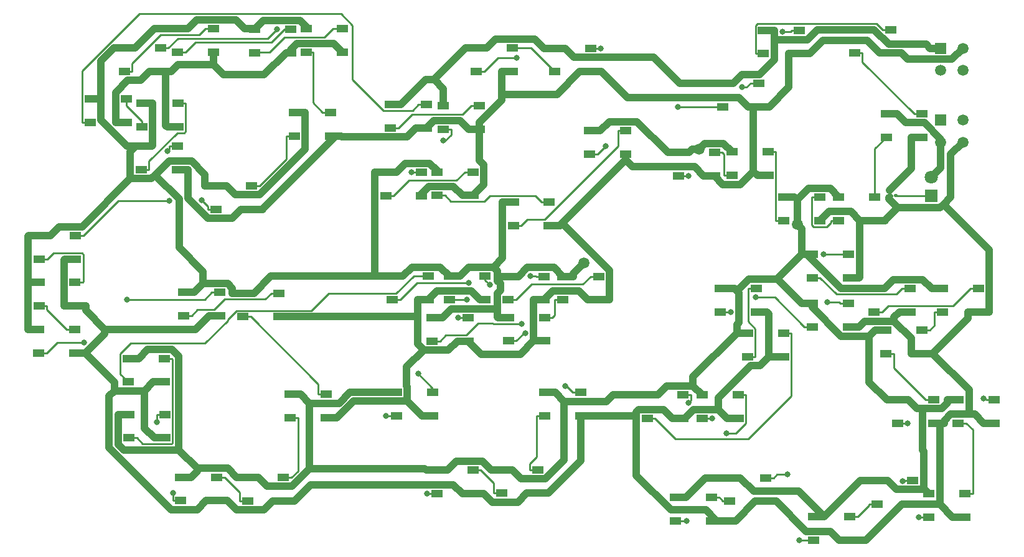
<source format=gbr>
%TF.GenerationSoftware,KiCad,Pcbnew,(5.1.6)-1*%
%TF.CreationDate,2020-11-25T11:23:34+11:00*%
%TF.ProjectId,SIM CNTL Panel PCB V1,53494d20-434e-4544-9c20-50616e656c20,rev?*%
%TF.SameCoordinates,Original*%
%TF.FileFunction,Copper,L1,Top*%
%TF.FilePolarity,Positive*%
%FSLAX46Y46*%
G04 Gerber Fmt 4.6, Leading zero omitted, Abs format (unit mm)*
G04 Created by KiCad (PCBNEW (5.1.6)-1) date 2020-11-25 11:23:34*
%MOMM*%
%LPD*%
G01*
G04 APERTURE LIST*
%TA.AperFunction,SMDPad,CuDef*%
%ADD10R,1.500000X1.000000*%
%TD*%
%TA.AperFunction,ComponentPad*%
%ADD11C,1.520000*%
%TD*%
%TA.AperFunction,ComponentPad*%
%ADD12R,1.520000X1.520000*%
%TD*%
%TA.AperFunction,ComponentPad*%
%ADD13C,1.800000*%
%TD*%
%TA.AperFunction,ComponentPad*%
%ADD14R,1.800000X1.800000*%
%TD*%
%TA.AperFunction,ViaPad*%
%ADD15C,1.500000*%
%TD*%
%TA.AperFunction,ViaPad*%
%ADD16C,0.800000*%
%TD*%
%TA.AperFunction,Conductor*%
%ADD17C,1.000000*%
%TD*%
%TA.AperFunction,Conductor*%
%ADD18C,0.400600*%
%TD*%
%TA.AperFunction,Conductor*%
%ADD19C,0.250000*%
%TD*%
G04 APERTURE END LIST*
D10*
%TO.P,D62,1*%
%TO.N,/LED+5V*%
X136767000Y-94691400D03*
%TO.P,D62,2*%
%TO.N,/DATAOUT*%
X136767000Y-97891400D03*
%TO.P,D62,4*%
%TO.N,Net-(D61-Pad2)*%
X141667000Y-94691400D03*
%TO.P,D62,3*%
%TO.N,/LEDGND*%
X141667000Y-97891400D03*
%TD*%
%TO.P,D61,1*%
%TO.N,/LED+5V*%
X131981000Y-104877000D03*
%TO.P,D61,2*%
%TO.N,Net-(D61-Pad2)*%
X131981000Y-108077000D03*
%TO.P,D61,4*%
%TO.N,Net-(D60-Pad2)*%
X136881000Y-104877000D03*
%TO.P,D61,3*%
%TO.N,/LEDGND*%
X136881000Y-108077000D03*
%TD*%
%TO.P,D60,1*%
%TO.N,/LED+5V*%
X137442000Y-115443000D03*
%TO.P,D60,2*%
%TO.N,Net-(D60-Pad2)*%
X137442000Y-118643000D03*
%TO.P,D60,4*%
%TO.N,Net-(D59-Pad2)*%
X142342000Y-115443000D03*
%TO.P,D60,3*%
%TO.N,/LEDGND*%
X142342000Y-118643000D03*
%TD*%
%TO.P,D59,1*%
%TO.N,/LED+5V*%
X146242000Y-115418000D03*
%TO.P,D59,2*%
%TO.N,Net-(D59-Pad2)*%
X146242000Y-118618000D03*
%TO.P,D59,4*%
%TO.N,Net-(D58-Pad2)*%
X151142000Y-115418000D03*
%TO.P,D59,3*%
%TO.N,/LEDGND*%
X151142000Y-118618000D03*
%TD*%
%TO.P,D58,1*%
%TO.N,/LED+5V*%
X152097000Y-104902000D03*
%TO.P,D58,2*%
%TO.N,Net-(D58-Pad2)*%
X152097000Y-108102000D03*
%TO.P,D58,4*%
%TO.N,Net-(D57-Pad2)*%
X156997000Y-104902000D03*
%TO.P,D58,3*%
%TO.N,/LEDGND*%
X156997000Y-108102000D03*
%TD*%
%TO.P,D57,1*%
%TO.N,/LED+5V*%
X147170000Y-94665800D03*
%TO.P,D57,2*%
%TO.N,Net-(D57-Pad2)*%
X147170000Y-97865800D03*
%TO.P,D57,4*%
%TO.N,Net-(D56-Pad2)*%
X152070000Y-94665800D03*
%TO.P,D57,3*%
%TO.N,/LEDGND*%
X152070000Y-97865800D03*
%TD*%
%TO.P,D56,1*%
%TO.N,/LED+5V*%
X154536000Y-89077800D03*
%TO.P,D56,2*%
%TO.N,Net-(D56-Pad2)*%
X154536000Y-92277800D03*
%TO.P,D56,4*%
%TO.N,Net-(D55-Pad2)*%
X159436000Y-89077800D03*
%TO.P,D56,3*%
%TO.N,/LEDGND*%
X159436000Y-92277800D03*
%TD*%
%TO.P,D55,1*%
%TO.N,/LED+5V*%
X147105000Y-89078000D03*
%TO.P,D55,2*%
%TO.N,Net-(D55-Pad2)*%
X147105000Y-92278000D03*
%TO.P,D55,4*%
%TO.N,Net-(D54-Pad2)*%
X152005000Y-89078000D03*
%TO.P,D55,3*%
%TO.N,/LEDGND*%
X152005000Y-92278000D03*
%TD*%
%TO.P,D54,1*%
%TO.N,/LED+5V*%
X139118000Y-89052800D03*
%TO.P,D54,2*%
%TO.N,Net-(D54-Pad2)*%
X139118000Y-92252800D03*
%TO.P,D54,4*%
%TO.N,Net-(D53-Pad2)*%
X144018000Y-89052800D03*
%TO.P,D54,3*%
%TO.N,/LEDGND*%
X144018000Y-92252800D03*
%TD*%
%TO.P,D53,1*%
%TO.N,/LED+5V*%
X188482000Y-92761000D03*
%TO.P,D53,2*%
%TO.N,Net-(D53-Pad2)*%
X188482000Y-95961000D03*
%TO.P,D53,4*%
%TO.N,Net-(D52-Pad2)*%
X193382000Y-92761000D03*
%TO.P,D53,3*%
%TO.N,/LEDGND*%
X193382000Y-95961000D03*
%TD*%
%TO.P,D52,1*%
%TO.N,/LED+5V*%
X175973000Y-90728800D03*
%TO.P,D52,2*%
%TO.N,Net-(D52-Pad2)*%
X175973000Y-93928800D03*
%TO.P,D52,4*%
%TO.N,Net-(D51-Pad2)*%
X180873000Y-90728800D03*
%TO.P,D52,3*%
%TO.N,/LEDGND*%
X180873000Y-93928800D03*
%TD*%
%TO.P,D51,1*%
%TO.N,/LED+5V*%
X179682000Y-96850200D03*
%TO.P,D51,2*%
%TO.N,Net-(D51-Pad2)*%
X179682000Y-100050200D03*
%TO.P,D51,4*%
%TO.N,Net-(D50-Pad2)*%
X184582000Y-96850200D03*
%TO.P,D51,3*%
%TO.N,/LEDGND*%
X184582000Y-100050200D03*
%TD*%
%TO.P,D50,1*%
%TO.N,/LED+5V*%
X166042000Y-105207000D03*
%TO.P,D50,2*%
%TO.N,Net-(D50-Pad2)*%
X166042000Y-108407000D03*
%TO.P,D50,4*%
%TO.N,Net-(D49-Pad2)*%
X170942000Y-105207000D03*
%TO.P,D50,3*%
%TO.N,/LEDGND*%
X170942000Y-108407000D03*
%TD*%
%TO.P,D49,1*%
%TO.N,/LED+5V*%
X173496000Y-105207000D03*
%TO.P,D49,2*%
%TO.N,Net-(D49-Pad2)*%
X173496000Y-108407000D03*
%TO.P,D49,4*%
%TO.N,Net-(D48-Pad2)*%
X178396000Y-105207000D03*
%TO.P,D49,3*%
%TO.N,/LEDGND*%
X178396000Y-108407000D03*
%TD*%
%TO.P,D48,1*%
%TO.N,/LED+5V*%
X169864000Y-119152000D03*
%TO.P,D48,2*%
%TO.N,Net-(D48-Pad2)*%
X169864000Y-122352000D03*
%TO.P,D48,4*%
%TO.N,Net-(D47-Pad2)*%
X174764000Y-119152000D03*
%TO.P,D48,3*%
%TO.N,/LEDGND*%
X174764000Y-122352000D03*
%TD*%
%TO.P,D47,1*%
%TO.N,/LED+5V*%
X177269000Y-116510000D03*
%TO.P,D47,2*%
%TO.N,Net-(D47-Pad2)*%
X177269000Y-119710000D03*
%TO.P,D47,4*%
%TO.N,Net-(D46-Pad2)*%
X182169000Y-116510000D03*
%TO.P,D47,3*%
%TO.N,/LEDGND*%
X182169000Y-119710000D03*
%TD*%
%TO.P,D46,1*%
%TO.N,/LED+5V*%
X188685000Y-121793000D03*
%TO.P,D46,2*%
%TO.N,Net-(D46-Pad2)*%
X188685000Y-124993000D03*
%TO.P,D46,4*%
%TO.N,Net-(D45-Pad2)*%
X193585000Y-121793000D03*
%TO.P,D46,3*%
%TO.N,/LEDGND*%
X193585000Y-124993000D03*
%TD*%
%TO.P,D45,1*%
%TO.N,/LED+5V*%
X197284000Y-116891000D03*
%TO.P,D45,2*%
%TO.N,Net-(D45-Pad2)*%
X197284000Y-120091000D03*
%TO.P,D45,4*%
%TO.N,Net-(D44-Pad2)*%
X202184000Y-116891000D03*
%TO.P,D45,3*%
%TO.N,/LEDGND*%
X202184000Y-120091000D03*
%TD*%
%TO.P,D44,1*%
%TO.N,/LED+5V*%
X204345000Y-118643000D03*
%TO.P,D44,2*%
%TO.N,Net-(D44-Pad2)*%
X204345000Y-121843000D03*
%TO.P,D44,4*%
%TO.N,Net-(D43-Pad2)*%
X209245000Y-118643000D03*
%TO.P,D44,3*%
%TO.N,/LEDGND*%
X209245000Y-121843000D03*
%TD*%
%TO.P,D43,1*%
%TO.N,/LED+5V*%
X208345000Y-105867000D03*
%TO.P,D43,2*%
%TO.N,Net-(D43-Pad2)*%
X208345000Y-109067000D03*
%TO.P,D43,4*%
%TO.N,Net-(D42-Pad2)*%
X213245000Y-105867000D03*
%TO.P,D43,3*%
%TO.N,/LEDGND*%
X213245000Y-109067000D03*
%TD*%
%TO.P,D42,1*%
%TO.N,/LED+5V*%
X200090000Y-105893000D03*
%TO.P,D42,2*%
%TO.N,Net-(D42-Pad2)*%
X200090000Y-109093000D03*
%TO.P,D42,4*%
%TO.N,Net-(D41-Pad2)*%
X204990000Y-105893000D03*
%TO.P,D42,3*%
%TO.N,/LEDGND*%
X204990000Y-109093000D03*
%TD*%
%TO.P,D41,1*%
%TO.N,/LED+5V*%
X198503000Y-96393000D03*
%TO.P,D41,2*%
%TO.N,Net-(D41-Pad2)*%
X198503000Y-99593000D03*
%TO.P,D41,4*%
%TO.N,Net-(D40-Pad2)*%
X203403000Y-96393000D03*
%TO.P,D41,3*%
%TO.N,/LEDGND*%
X203403000Y-99593000D03*
%TD*%
%TO.P,D40,1*%
%TO.N,/LED+5V*%
X206199000Y-90729200D03*
%TO.P,D40,2*%
%TO.N,Net-(D40-Pad2)*%
X206199000Y-93929200D03*
%TO.P,D40,4*%
%TO.N,Net-(D39-Pad2)*%
X211099000Y-90729200D03*
%TO.P,D40,3*%
%TO.N,/LEDGND*%
X211099000Y-93929200D03*
%TD*%
%TO.P,D39,1*%
%TO.N,/LED+5V*%
X196903000Y-90703400D03*
%TO.P,D39,2*%
%TO.N,Net-(D39-Pad2)*%
X196903000Y-93903400D03*
%TO.P,D39,4*%
%TO.N,Net-(D38-Pad2)*%
X201803000Y-90703400D03*
%TO.P,D39,3*%
%TO.N,/LEDGND*%
X201803000Y-93903400D03*
%TD*%
%TO.P,D38,1*%
%TO.N,/LED+5V*%
X188493000Y-86106000D03*
%TO.P,D38,2*%
%TO.N,Net-(D38-Pad2)*%
X188493000Y-89306000D03*
%TO.P,D38,4*%
%TO.N,Net-(D37-Pad2)*%
X193393000Y-86106000D03*
%TO.P,D38,3*%
%TO.N,/LEDGND*%
X193393000Y-89306000D03*
%TD*%
%TO.P,R1,2*%
%TO.N,/LEDGND*%
%TA.AperFunction,SMDPad,CuDef*%
G36*
G01*
X199452000Y-77979600D02*
X199452000Y-78179600D01*
G75*
G02*
X199352000Y-78279600I-100000J0D01*
G01*
X199092000Y-78279600D01*
G75*
G02*
X198992000Y-78179600I0J100000D01*
G01*
X198992000Y-77979600D01*
G75*
G02*
X199092000Y-77879600I100000J0D01*
G01*
X199352000Y-77879600D01*
G75*
G02*
X199452000Y-77979600I0J-100000D01*
G01*
G37*
%TD.AperFunction*%
%TO.P,R1,1*%
%TO.N,Net-(D1-Pad1)*%
%TA.AperFunction,SMDPad,CuDef*%
G36*
G01*
X200092000Y-77979600D02*
X200092000Y-78179600D01*
G75*
G02*
X199992000Y-78279600I-100000J0D01*
G01*
X199732000Y-78279600D01*
G75*
G02*
X199632000Y-78179600I0J100000D01*
G01*
X199632000Y-77979600D01*
G75*
G02*
X199732000Y-77879600I100000J0D01*
G01*
X199992000Y-77879600D01*
G75*
G02*
X200092000Y-77979600I0J-100000D01*
G01*
G37*
%TD.AperFunction*%
%TD*%
D11*
%TO.P,J2,4*%
%TO.N,/LEDGND*%
X208990999Y-70792599D03*
%TO.P,J2,3*%
%TO.N,/DATAOUT*%
X208990999Y-67792600D03*
%TO.P,J2,2*%
%TO.N,/LED+5V*%
X205991000Y-70792599D03*
D12*
%TO.P,J2,1*%
%TO.N,/DATALOOP*%
X205991000Y-67792600D03*
%TD*%
D11*
%TO.P,J1,4*%
%TO.N,/DATAIN*%
X208965999Y-61013599D03*
%TO.P,J1,3*%
%TO.N,/LEDGND*%
X208965999Y-58013600D03*
%TO.P,J1,2*%
%TO.N,/DATALOOP*%
X205966000Y-61013599D03*
D12*
%TO.P,J1,1*%
%TO.N,/LED+5V*%
X205966000Y-58013600D03*
%TD*%
D10*
%TO.P,D37,1*%
%TO.N,/LED+5V*%
X131383000Y-89027200D03*
%TO.P,D37,2*%
%TO.N,Net-(D37-Pad2)*%
X131383000Y-92227200D03*
%TO.P,D37,4*%
%TO.N,Net-(D36-Pad2)*%
X136283000Y-89027200D03*
%TO.P,D37,3*%
%TO.N,/LEDGND*%
X136283000Y-92227200D03*
%TD*%
%TO.P,D36,1*%
%TO.N,/LED+5V*%
X95441600Y-100254000D03*
%TO.P,D36,2*%
%TO.N,Net-(D36-Pad2)*%
X95441600Y-103454000D03*
%TO.P,D36,4*%
%TO.N,Net-(D35-Pad2)*%
X100341600Y-100254000D03*
%TO.P,D36,3*%
%TO.N,/LEDGND*%
X100341600Y-103454000D03*
%TD*%
%TO.P,D35,1*%
%TO.N,/LED+5V*%
X95531600Y-107874000D03*
%TO.P,D35,2*%
%TO.N,Net-(D35-Pad2)*%
X95531600Y-111074000D03*
%TO.P,D35,4*%
%TO.N,Net-(D34-Pad2)*%
X100431600Y-107874000D03*
%TO.P,D35,3*%
%TO.N,/LEDGND*%
X100431600Y-111074000D03*
%TD*%
%TO.P,D34,1*%
%TO.N,/LED+5V*%
X102604000Y-116434000D03*
%TO.P,D34,2*%
%TO.N,Net-(D34-Pad2)*%
X102604000Y-119634000D03*
%TO.P,D34,4*%
%TO.N,Net-(D33-Pad2)*%
X107504000Y-116434000D03*
%TO.P,D34,3*%
%TO.N,/LEDGND*%
X107504000Y-119634000D03*
%TD*%
%TO.P,D33,1*%
%TO.N,/LED+5V*%
X111686000Y-116484000D03*
%TO.P,D33,2*%
%TO.N,Net-(D33-Pad2)*%
X111686000Y-119684000D03*
%TO.P,D33,4*%
%TO.N,Net-(D32-Pad2)*%
X116586000Y-116484000D03*
%TO.P,D33,3*%
%TO.N,/LEDGND*%
X116586000Y-119684000D03*
%TD*%
%TO.P,D32,1*%
%TO.N,/LED+5V*%
X117489000Y-105156000D03*
%TO.P,D32,2*%
%TO.N,Net-(D32-Pad2)*%
X117489000Y-108356000D03*
%TO.P,D32,4*%
%TO.N,Net-(D31-Pad2)*%
X122389000Y-105156000D03*
%TO.P,D32,3*%
%TO.N,/LEDGND*%
X122389000Y-108356000D03*
%TD*%
%TO.P,D31,1*%
%TO.N,/LED+5V*%
X111076000Y-91363800D03*
%TO.P,D31,2*%
%TO.N,Net-(D31-Pad2)*%
X111076000Y-94563800D03*
%TO.P,D31,4*%
%TO.N,Net-(D30-Pad2)*%
X115976000Y-91363800D03*
%TO.P,D31,3*%
%TO.N,/LEDGND*%
X115976000Y-94563800D03*
%TD*%
%TO.P,D30,1*%
%TO.N,/LED+5V*%
X102999000Y-91262200D03*
%TO.P,D30,2*%
%TO.N,Net-(D30-Pad2)*%
X102999000Y-94462200D03*
%TO.P,D30,4*%
%TO.N,Net-(D29-Pad2)*%
X107899000Y-91262200D03*
%TO.P,D30,3*%
%TO.N,/LEDGND*%
X107899000Y-94462200D03*
%TD*%
%TO.P,D29,1*%
%TO.N,/LED+5V*%
X83288800Y-96342200D03*
%TO.P,D29,2*%
%TO.N,Net-(D29-Pad2)*%
X83288800Y-99542200D03*
%TO.P,D29,4*%
%TO.N,Net-(D28-Pad2)*%
X88188800Y-96342200D03*
%TO.P,D29,3*%
%TO.N,/LEDGND*%
X88188800Y-99542200D03*
%TD*%
%TO.P,D28,1*%
%TO.N,/LED+5V*%
X83314200Y-89865200D03*
%TO.P,D28,2*%
%TO.N,Net-(D28-Pad2)*%
X83314200Y-93065200D03*
%TO.P,D28,4*%
%TO.N,Net-(D27-Pad2)*%
X88214200Y-89865200D03*
%TO.P,D28,3*%
%TO.N,/LEDGND*%
X88214200Y-93065200D03*
%TD*%
%TO.P,D27,1*%
%TO.N,/LED+5V*%
X83390400Y-83540600D03*
%TO.P,D27,2*%
%TO.N,Net-(D27-Pad2)*%
X83390400Y-86740600D03*
%TO.P,D27,4*%
%TO.N,Net-(D26-Pad2)*%
X88290400Y-83540600D03*
%TO.P,D27,3*%
%TO.N,/LEDGND*%
X88290400Y-86740600D03*
%TD*%
%TO.P,D26,1*%
%TO.N,/LED+5V*%
X176304000Y-62763400D03*
%TO.P,D26,2*%
%TO.N,Net-(D26-Pad2)*%
X176304000Y-65963400D03*
%TO.P,D26,4*%
%TO.N,Net-(D25-Pad2)*%
X181204000Y-62763400D03*
%TO.P,D26,3*%
%TO.N,/LEDGND*%
X181204000Y-65963400D03*
%TD*%
%TO.P,D25,1*%
%TO.N,/LED+5V*%
X170282000Y-72186800D03*
%TO.P,D25,2*%
%TO.N,Net-(D25-Pad2)*%
X170282000Y-75386800D03*
%TO.P,D25,4*%
%TO.N,Net-(D24-Pad2)*%
X175182000Y-72186800D03*
%TO.P,D25,3*%
%TO.N,/LEDGND*%
X175182000Y-75386800D03*
%TD*%
%TO.P,D24,1*%
%TO.N,/LED+5V*%
X177574000Y-72136000D03*
%TO.P,D24,2*%
%TO.N,Net-(D24-Pad2)*%
X177574000Y-75336000D03*
%TO.P,D24,4*%
%TO.N,Net-(D23-Pad2)*%
X182474000Y-72136000D03*
%TO.P,D24,3*%
%TO.N,/LEDGND*%
X182474000Y-75336000D03*
%TD*%
%TO.P,D23,1*%
%TO.N,/LED+5V*%
X184635000Y-78282800D03*
%TO.P,D23,2*%
%TO.N,Net-(D23-Pad2)*%
X184635000Y-81482800D03*
%TO.P,D23,4*%
%TO.N,Net-(D22-Pad2)*%
X189535000Y-78282800D03*
%TO.P,D23,3*%
%TO.N,/LEDGND*%
X189535000Y-81482800D03*
%TD*%
%TO.P,D22,1*%
%TO.N,/LED+5V*%
X192102000Y-78257800D03*
%TO.P,D22,2*%
%TO.N,Net-(D22-Pad2)*%
X192102000Y-81457800D03*
%TO.P,D22,4*%
%TO.N,Net-(D21-Pad2)*%
X197002000Y-78257800D03*
%TO.P,D22,3*%
%TO.N,/LEDGND*%
X197002000Y-81457800D03*
%TD*%
%TO.P,D21,1*%
%TO.N,/LED+5V*%
X198554000Y-66929000D03*
%TO.P,D21,2*%
%TO.N,Net-(D21-Pad2)*%
X198554000Y-70129000D03*
%TO.P,D21,4*%
%TO.N,Net-(D20-Pad2)*%
X203454000Y-66929000D03*
%TO.P,D21,3*%
%TO.N,/LEDGND*%
X203454000Y-70129000D03*
%TD*%
%TO.P,D20,1*%
%TO.N,/LED+5V*%
X194248000Y-55473800D03*
%TO.P,D20,2*%
%TO.N,Net-(D20-Pad2)*%
X194248000Y-58673800D03*
%TO.P,D20,4*%
%TO.N,Net-(D19-Pad2)*%
X199148000Y-55473800D03*
%TO.P,D20,3*%
%TO.N,/LEDGND*%
X199148000Y-58673800D03*
%TD*%
%TO.P,D19,1*%
%TO.N,/LED+5V*%
X181864000Y-55549800D03*
%TO.P,D19,2*%
%TO.N,Net-(D19-Pad2)*%
X181864000Y-58749800D03*
%TO.P,D19,4*%
%TO.N,Net-(D18-Pad2)*%
X186764000Y-55549800D03*
%TO.P,D19,3*%
%TO.N,/LEDGND*%
X186764000Y-58749800D03*
%TD*%
%TO.P,D18,1*%
%TO.N,/LED+5V*%
X142776000Y-57988200D03*
%TO.P,D18,2*%
%TO.N,Net-(D18-Pad2)*%
X142776000Y-61188200D03*
%TO.P,D18,4*%
%TO.N,Net-(D17-Pad2)*%
X147676000Y-57988200D03*
%TO.P,D18,3*%
%TO.N,/LEDGND*%
X147676000Y-61188200D03*
%TD*%
%TO.P,D17,1*%
%TO.N,/LED+5V*%
X153430000Y-58013800D03*
%TO.P,D17,2*%
%TO.N,Net-(D17-Pad2)*%
X153430000Y-61213800D03*
%TO.P,D17,4*%
%TO.N,Net-(D16-Pad2)*%
X158330000Y-58013800D03*
%TO.P,D17,3*%
%TO.N,/LEDGND*%
X158330000Y-61213800D03*
%TD*%
%TO.P,D16,1*%
%TO.N,/LED+5V*%
X158230000Y-69240600D03*
%TO.P,D16,2*%
%TO.N,Net-(D16-Pad2)*%
X158230000Y-72440600D03*
%TO.P,D16,4*%
%TO.N,Net-(D15-Pad2)*%
X163130000Y-69240600D03*
%TO.P,D16,3*%
%TO.N,/LEDGND*%
X163130000Y-72440600D03*
%TD*%
%TO.P,D15,1*%
%TO.N,/LED+5V*%
X147830000Y-78968600D03*
%TO.P,D15,2*%
%TO.N,Net-(D15-Pad2)*%
X147830000Y-82168600D03*
%TO.P,D15,4*%
%TO.N,Net-(D14-Pad2)*%
X152730000Y-78968600D03*
%TO.P,D15,3*%
%TO.N,/LEDGND*%
X152730000Y-82168600D03*
%TD*%
%TO.P,D14,1*%
%TO.N,/LED+5V*%
X137442000Y-74853800D03*
%TO.P,D14,2*%
%TO.N,Net-(D14-Pad2)*%
X137442000Y-78053800D03*
%TO.P,D14,4*%
%TO.N,Net-(D13-Pad2)*%
X142342000Y-74853800D03*
%TO.P,D14,3*%
%TO.N,/LEDGND*%
X142342000Y-78053800D03*
%TD*%
%TO.P,D13,1*%
%TO.N,/LED+5V*%
X130482000Y-74879200D03*
%TO.P,D13,2*%
%TO.N,Net-(D13-Pad2)*%
X130482000Y-78079200D03*
%TO.P,D13,4*%
%TO.N,Net-(D12-Pad2)*%
X135382000Y-74879200D03*
%TO.P,D13,3*%
%TO.N,/LEDGND*%
X135382000Y-78079200D03*
%TD*%
%TO.P,D12,1*%
%TO.N,/LED+5V*%
X138305000Y-65836800D03*
%TO.P,D12,2*%
%TO.N,Net-(D12-Pad2)*%
X138305000Y-69036800D03*
%TO.P,D12,4*%
%TO.N,Net-(D11-Pad2)*%
X143205000Y-65836800D03*
%TO.P,D12,3*%
%TO.N,/LEDGND*%
X143205000Y-69036800D03*
%TD*%
%TO.P,D11,1*%
%TO.N,/LED+5V*%
X131117000Y-65684400D03*
%TO.P,D11,2*%
%TO.N,Net-(D11-Pad2)*%
X131117000Y-68884400D03*
%TO.P,D11,4*%
%TO.N,Net-(D10-Pad2)*%
X136017000Y-65684400D03*
%TO.P,D11,3*%
%TO.N,/LEDGND*%
X136017000Y-68884400D03*
%TD*%
%TO.P,D10,1*%
%TO.N,/LED+5V*%
X90299200Y-64897000D03*
%TO.P,D10,2*%
%TO.N,Net-(D10-Pad2)*%
X90299200Y-68097000D03*
%TO.P,D10,4*%
%TO.N,Net-(D10-Pad4)*%
X95199200Y-64897000D03*
%TO.P,D10,3*%
%TO.N,/LEDGND*%
X95199200Y-68097000D03*
%TD*%
%TO.P,D9,1*%
%TO.N,/LED+5V*%
X97309600Y-65506600D03*
%TO.P,D9,2*%
%TO.N,Net-(D10-Pad4)*%
X97309600Y-68706600D03*
%TO.P,D9,4*%
%TO.N,Net-(D8-Pad2)*%
X102209600Y-65506600D03*
%TO.P,D9,3*%
%TO.N,/LEDGND*%
X102209600Y-68706600D03*
%TD*%
%TO.P,D8,1*%
%TO.N,/LED+5V*%
X97219600Y-71374200D03*
%TO.P,D8,2*%
%TO.N,Net-(D8-Pad2)*%
X97219600Y-74574200D03*
%TO.P,D8,4*%
%TO.N,Net-(D7-Pad2)*%
X102119600Y-71374200D03*
%TO.P,D8,3*%
%TO.N,/LEDGND*%
X102119600Y-74574200D03*
%TD*%
%TO.P,D7,1*%
%TO.N,/LED+5V*%
X107368000Y-76733400D03*
%TO.P,D7,2*%
%TO.N,Net-(D7-Pad2)*%
X107368000Y-79933400D03*
%TO.P,D7,4*%
%TO.N,Net-(D6-Pad2)*%
X112268000Y-76733400D03*
%TO.P,D7,3*%
%TO.N,/LEDGND*%
X112268000Y-79933400D03*
%TD*%
%TO.P,D6,1*%
%TO.N,/LED+5V*%
X118061000Y-66751200D03*
%TO.P,D6,2*%
%TO.N,Net-(D6-Pad2)*%
X118061000Y-69951200D03*
%TO.P,D6,4*%
%TO.N,Net-(D5-Pad2)*%
X122961000Y-66751200D03*
%TO.P,D6,3*%
%TO.N,/LEDGND*%
X122961000Y-69951200D03*
%TD*%
%TO.P,D5,1*%
%TO.N,/LED+5V*%
X119710200Y-55372400D03*
%TO.P,D5,2*%
%TO.N,Net-(D5-Pad2)*%
X119710200Y-58572400D03*
%TO.P,D5,4*%
%TO.N,Net-(D4-Pad2)*%
X124610200Y-55372400D03*
%TO.P,D5,3*%
%TO.N,/LEDGND*%
X124610200Y-58572400D03*
%TD*%
%TO.P,D4,1*%
%TO.N,/LED+5V*%
X112649000Y-55397800D03*
%TO.P,D4,2*%
%TO.N,Net-(D4-Pad2)*%
X112649000Y-58597800D03*
%TO.P,D4,4*%
%TO.N,Net-(D3-Pad2)*%
X117549000Y-55397800D03*
%TO.P,D4,3*%
%TO.N,/LEDGND*%
X117549000Y-58597800D03*
%TD*%
%TO.P,D3,1*%
%TO.N,/LED+5V*%
X102147000Y-55372200D03*
%TO.P,D3,2*%
%TO.N,Net-(D3-Pad2)*%
X102147000Y-58572200D03*
%TO.P,D3,4*%
%TO.N,Net-(D2-Pad2)*%
X107047000Y-55372200D03*
%TO.P,D3,3*%
%TO.N,/LEDGND*%
X107047000Y-58572200D03*
%TD*%
%TO.P,D2,1*%
%TO.N,/LED+5V*%
X94933600Y-57988400D03*
%TO.P,D2,2*%
%TO.N,Net-(D2-Pad2)*%
X94933600Y-61188400D03*
%TO.P,D2,4*%
%TO.N,/DATAIN*%
X99833600Y-57988400D03*
%TO.P,D2,3*%
%TO.N,/LEDGND*%
X99833600Y-61188400D03*
%TD*%
D13*
%TO.P,D1,2*%
%TO.N,/LED+5V*%
X204724000Y-75539600D03*
D14*
%TO.P,D1,1*%
%TO.N,Net-(D1-Pad1)*%
X204724000Y-78079600D03*
%TD*%
D15*
%TO.N,/LED+5V*%
X173099300Y-71720600D03*
X157436500Y-87223900D03*
X186442800Y-81972900D03*
D16*
%TO.N,/DATAIN*%
X115702500Y-55380800D03*
%TO.N,Net-(D7-Pad2)*%
X100765300Y-72043700D03*
X105437000Y-78701000D03*
%TO.N,Net-(D12-Pad2)*%
X134023900Y-74873900D03*
X138305000Y-70592800D03*
%TO.N,Net-(D16-Pad2)*%
X159703100Y-58013800D03*
X160391400Y-71377600D03*
%TO.N,Net-(D18-Pad2)*%
X184436600Y-55718200D03*
X148266900Y-59285900D03*
%TO.N,Net-(D26-Pad2)*%
X101019200Y-78791700D03*
X170232400Y-65963400D03*
%TO.N,Net-(D29-Pad2)*%
X95295900Y-92231000D03*
X89411800Y-98115100D03*
%TO.N,Net-(D34-Pad2)*%
X99356300Y-108950700D03*
X101528700Y-118570100D03*
%TO.N,/DATAOUT*%
X148936300Y-95544400D03*
%TO.N,Net-(D42-Pad2)*%
X211831000Y-105751200D03*
X201442100Y-109093000D03*
%TO.N,Net-(D44-Pad2)*%
X200810100Y-116967800D03*
X202979500Y-121843000D03*
%TO.N,Net-(D46-Pad2)*%
X185161000Y-116051000D03*
X186765200Y-124993000D03*
%TO.N,Net-(D48-Pad2)*%
X176868400Y-110470500D03*
X171448100Y-122352000D03*
%TO.N,Net-(D52-Pad2)*%
X190504400Y-92599200D03*
X177430400Y-93928800D03*
%TO.N,Net-(D53-Pad2)*%
X144627700Y-90242700D03*
X180772900Y-91951000D03*
%TO.N,Net-(D54-Pad2)*%
X150190700Y-89034100D03*
X141563400Y-92252800D03*
%TO.N,Net-(D57-Pad2)*%
X154874100Y-104054000D03*
X149450400Y-96813700D03*
%TO.N,Net-(D60-Pad2)*%
X136066100Y-118643000D03*
X134899400Y-102336600D03*
%TO.N,Net-(D61-Pad2)*%
X140316600Y-94691400D03*
X130526600Y-108077000D03*
%TO.N,Net-(D25-Pad2)*%
X178984800Y-63335000D03*
X171641500Y-75386800D03*
%TO.N,Net-(D37-Pad2)*%
X190051400Y-86081600D03*
X141785100Y-89943900D03*
%TO.N,Net-(D49-Pad2)*%
X171623300Y-106330100D03*
X174863300Y-108407000D03*
%TD*%
D17*
%TO.N,/LEDGND*%
X199148000Y-58673800D02*
X200598300Y-58673800D01*
X208966000Y-58013600D02*
X207466000Y-59513600D01*
X207466000Y-59513600D02*
X201438100Y-59513600D01*
X201438100Y-59513600D02*
X200598300Y-58673800D01*
X186764000Y-58749800D02*
X188214300Y-58749800D01*
X199148000Y-58673800D02*
X197697700Y-58673800D01*
X197697700Y-58673800D02*
X196001400Y-56977500D01*
X196001400Y-56977500D02*
X189986600Y-56977500D01*
X189986600Y-56977500D02*
X188214300Y-58749800D01*
X124409000Y-58546600D02*
X124411300Y-58548900D01*
X124411300Y-69951200D02*
X124544800Y-70084700D01*
X124544800Y-70084700D02*
X133366400Y-70084700D01*
X133366400Y-70084700D02*
X134566700Y-68884400D01*
X123686200Y-69951200D02*
X124411300Y-69951200D01*
X136017000Y-68884400D02*
X134566700Y-68884400D01*
X141754700Y-69036800D02*
X140554400Y-67836500D01*
X140554400Y-67836500D02*
X137064900Y-67836500D01*
X137064900Y-67836500D02*
X136017000Y-68884400D01*
X180478900Y-74791200D02*
X181023700Y-75336000D01*
X180478900Y-65963400D02*
X180478900Y-74791200D01*
X180478900Y-74791200D02*
X178725100Y-76545000D01*
X178725100Y-76545000D02*
X176340200Y-76545000D01*
X176340200Y-76545000D02*
X175182000Y-75386800D01*
X163130000Y-73218900D02*
X164033400Y-74122300D01*
X164033400Y-74122300D02*
X172467200Y-74122300D01*
X172467200Y-74122300D02*
X173731700Y-75386800D01*
X182474000Y-75336000D02*
X181023700Y-75336000D01*
X180478900Y-65963400D02*
X179753700Y-65963400D01*
X181204000Y-65963400D02*
X180478900Y-65963400D01*
X158330000Y-61213800D02*
X159780300Y-61213800D01*
X159780300Y-61213800D02*
X163329600Y-64763100D01*
X163329600Y-64763100D02*
X178553400Y-64763100D01*
X178553400Y-64763100D02*
X179753700Y-65963400D01*
X157604900Y-61213800D02*
X158330000Y-61213800D01*
X186764000Y-58749800D02*
X185313700Y-58749800D01*
X185313700Y-58749800D02*
X185313700Y-63304000D01*
X185313700Y-63304000D02*
X182654300Y-65963400D01*
X181204000Y-65963400D02*
X182654300Y-65963400D01*
X112268000Y-79933400D02*
X113718300Y-79933400D01*
X123686200Y-69951200D02*
X113718300Y-79919100D01*
X113718300Y-79919100D02*
X113718300Y-79933400D01*
X122961000Y-69951200D02*
X123686200Y-69951200D01*
X112268000Y-79933400D02*
X110817700Y-79933400D01*
X103569900Y-74574200D02*
X103569900Y-78417300D01*
X103569900Y-78417300D02*
X106286300Y-81133700D01*
X106286300Y-81133700D02*
X109617400Y-81133700D01*
X109617400Y-81133700D02*
X110817700Y-79933400D01*
X102119600Y-74574200D02*
X103569900Y-74574200D01*
X157604900Y-61213800D02*
X156879700Y-61213800D01*
X134832700Y-94563800D02*
X134832700Y-92227200D01*
X135654200Y-99091800D02*
X134832700Y-98270300D01*
X134832700Y-98270300D02*
X134832700Y-94563800D01*
X134832700Y-94563800D02*
X117426300Y-94563800D01*
X115976000Y-94563800D02*
X117426300Y-94563800D01*
X92243200Y-96300500D02*
X104610400Y-96300500D01*
X104610400Y-96300500D02*
X106448700Y-94462200D01*
X140216700Y-97891400D02*
X139016300Y-99091800D01*
X139016300Y-99091800D02*
X135654200Y-99091800D01*
X133431300Y-106077600D02*
X133431300Y-104086900D01*
X133431300Y-104086900D02*
X133348700Y-104004300D01*
X133348700Y-104004300D02*
X133348700Y-101397300D01*
X133348700Y-101397300D02*
X135654200Y-99091800D01*
X136283000Y-92227200D02*
X134832700Y-92227200D01*
X163130000Y-73218900D02*
X163130000Y-72440600D01*
X142342000Y-78053800D02*
X140891700Y-78053800D01*
X140891700Y-78053800D02*
X139691400Y-76853500D01*
X139691400Y-76853500D02*
X136376600Y-76853500D01*
X136376600Y-76853500D02*
X135382000Y-77848100D01*
X135382000Y-77848100D02*
X135382000Y-78079200D01*
X142342000Y-78053800D02*
X143816900Y-76578900D01*
X143816900Y-76578900D02*
X143816900Y-73878700D01*
X143816900Y-73878700D02*
X143205000Y-73266800D01*
X143205000Y-73266800D02*
X143205000Y-69036800D01*
X122389000Y-108356000D02*
X123839300Y-108356000D01*
X203454000Y-70129000D02*
X202003700Y-70129000D01*
X199049200Y-77309600D02*
X202003700Y-74355100D01*
X202003700Y-74355100D02*
X202003700Y-70129000D01*
D18*
X199049200Y-77309600D02*
X199049200Y-77906800D01*
X199049200Y-77906800D02*
X199222000Y-78079600D01*
D17*
X200126400Y-79716000D02*
X198931200Y-78520800D01*
X198931200Y-78520800D02*
X198931200Y-78370400D01*
X206336900Y-79257100D02*
X205878000Y-79716000D01*
X205878000Y-79716000D02*
X200126400Y-79716000D01*
X200126400Y-79716000D02*
X198452300Y-81390100D01*
X198452300Y-81390100D02*
X198452300Y-81457800D01*
D18*
X198931200Y-78370400D02*
X199222000Y-78079600D01*
D17*
X146225700Y-64269200D02*
X153824300Y-64269200D01*
X153824300Y-64269200D02*
X156879700Y-61213800D01*
X146225700Y-64269200D02*
X146225700Y-65068100D01*
X146225700Y-65068100D02*
X143205000Y-68088800D01*
X143205000Y-68088800D02*
X143205000Y-69036800D01*
X146225700Y-61188200D02*
X146225700Y-64269200D01*
X175182000Y-75386800D02*
X173731700Y-75386800D01*
X163130000Y-73218900D02*
X154474300Y-81874600D01*
X208991000Y-70792600D02*
X207346500Y-72437100D01*
X207346500Y-72437100D02*
X207346500Y-78247500D01*
X207346500Y-78247500D02*
X206336900Y-79257100D01*
X206336900Y-79257100D02*
X212549300Y-85469500D01*
X212549300Y-85469500D02*
X212549300Y-93929200D01*
X211099000Y-93929200D02*
X212549300Y-93929200D01*
X197002000Y-81457800D02*
X198452300Y-81457800D01*
X204853300Y-99593000D02*
X209813400Y-104553100D01*
X209813400Y-104553100D02*
X209813400Y-107866700D01*
X203403000Y-99593000D02*
X204853300Y-99593000D01*
X209648700Y-93929200D02*
X209648700Y-94797600D01*
X209648700Y-94797600D02*
X204853300Y-99593000D01*
X193585000Y-124993000D02*
X192134700Y-124993000D01*
X192134700Y-124993000D02*
X190934400Y-123792700D01*
X190934400Y-123792700D02*
X187702000Y-123792700D01*
X187702000Y-123792700D02*
X183619300Y-119710000D01*
X193585000Y-124993000D02*
X195831700Y-124993000D01*
X195831700Y-124993000D02*
X200733700Y-120091000D01*
X182169000Y-119710000D02*
X183619300Y-119710000D01*
X154474300Y-81874600D02*
X154180300Y-82168600D01*
X154474300Y-81874600D02*
X160886300Y-88286600D01*
X160886300Y-88286600D02*
X160886300Y-92277800D01*
X159436000Y-92277800D02*
X160886300Y-92277800D01*
X152730000Y-82168600D02*
X154180300Y-82168600D01*
X143205000Y-69036800D02*
X141754700Y-69036800D01*
X147676000Y-61188200D02*
X146225700Y-61188200D01*
X100431600Y-111074000D02*
X98981300Y-111074000D01*
X97691000Y-104654300D02*
X98891300Y-103454000D01*
X93571500Y-104654300D02*
X97691000Y-104654300D01*
X98981300Y-111074000D02*
X97691000Y-109783700D01*
X97691000Y-109783700D02*
X97691000Y-104654300D01*
X89639100Y-99542200D02*
X93571500Y-103474600D01*
X93571500Y-103474600D02*
X93571500Y-104654300D01*
X93571500Y-104654300D02*
X92876000Y-105349800D01*
X92876000Y-105349800D02*
X92876000Y-112437300D01*
X92876000Y-112437300D02*
X101273100Y-120834400D01*
X101273100Y-120834400D02*
X104853300Y-120834400D01*
X104853300Y-120834400D02*
X106053700Y-119634000D01*
X100341600Y-103454000D02*
X98891300Y-103454000D01*
X175489200Y-122352000D02*
X174045400Y-120908200D01*
X174045400Y-120908200D02*
X169318800Y-120908200D01*
X169318800Y-120908200D02*
X164591600Y-116181000D01*
X164591600Y-116181000D02*
X164591600Y-108102000D01*
X116586000Y-119684000D02*
X115135700Y-119684000D01*
X116586000Y-119684000D02*
X118036300Y-119684000D01*
X115135700Y-119684000D02*
X113935400Y-120884300D01*
X113935400Y-120884300D02*
X110204600Y-120884300D01*
X110204600Y-120884300D02*
X108954300Y-119634000D01*
X140891700Y-118643000D02*
X139691400Y-117442700D01*
X139691400Y-117442700D02*
X120277600Y-117442700D01*
X120277600Y-117442700D02*
X118036300Y-119684000D01*
X107504000Y-119634000D02*
X108954300Y-119634000D01*
X143292900Y-92252800D02*
X142092600Y-91052500D01*
X142092600Y-91052500D02*
X137457700Y-91052500D01*
X137457700Y-91052500D02*
X136283000Y-92227200D01*
X89664500Y-93065200D02*
X89664500Y-93721800D01*
X89664500Y-93721800D02*
X92243200Y-96300500D01*
X151142000Y-118618000D02*
X152592300Y-118618000D01*
X152592300Y-118618000D02*
X156997000Y-114213300D01*
X156997000Y-114213300D02*
X156997000Y-108102000D01*
X150416900Y-118618000D02*
X151142000Y-118618000D01*
X164591600Y-108102000D02*
X164591600Y-107542400D01*
X164591600Y-107542400D02*
X164927300Y-107206700D01*
X164927300Y-107206700D02*
X168291400Y-107206700D01*
X168291400Y-107206700D02*
X169491700Y-108407000D01*
X156997000Y-108102000D02*
X164591600Y-108102000D01*
X175489200Y-122352000D02*
X176214300Y-122352000D01*
X174764000Y-122352000D02*
X175489200Y-122352000D01*
X135430700Y-108077000D02*
X133431300Y-106077600D01*
X123839300Y-108356000D02*
X126117700Y-106077600D01*
X126117700Y-106077600D02*
X133431300Y-106077600D01*
X211099000Y-93929200D02*
X209648700Y-93929200D01*
X205845200Y-120091000D02*
X207597200Y-121843000D01*
X207597200Y-121843000D02*
X207794700Y-121843000D01*
X205715200Y-109093000D02*
X205845200Y-109223000D01*
X205845200Y-109223000D02*
X205845200Y-120091000D01*
X205845200Y-120091000D02*
X203634300Y-120091000D01*
X202184000Y-120091000D02*
X203634300Y-120091000D01*
X202184000Y-120091000D02*
X200733700Y-120091000D01*
X209245000Y-121843000D02*
X207794700Y-121843000D01*
X205715200Y-109093000D02*
X206440300Y-109093000D01*
X204990000Y-109093000D02*
X205715200Y-109093000D01*
X189535000Y-81482800D02*
X190774500Y-80243300D01*
X190774500Y-80243300D02*
X193730000Y-80243300D01*
X193730000Y-80243300D02*
X194944500Y-81457800D01*
X175745400Y-107206700D02*
X175745400Y-105600100D01*
X175745400Y-105600100D02*
X180095000Y-101250500D01*
X180095000Y-101250500D02*
X181425400Y-101250500D01*
X181425400Y-101250500D02*
X182625700Y-100050200D01*
X176945700Y-108407000D02*
X175745400Y-107206700D01*
X175745400Y-107206700D02*
X172360300Y-107206700D01*
X172360300Y-107206700D02*
X171160000Y-108407000D01*
X171160000Y-108407000D02*
X170942000Y-108407000D01*
X170942000Y-108407000D02*
X169491700Y-108407000D01*
X159436000Y-92277800D02*
X157985700Y-92277800D01*
X150416900Y-118618000D02*
X149691700Y-118618000D01*
X142342000Y-118643000D02*
X140891700Y-118643000D01*
X143067200Y-118643000D02*
X142342000Y-118643000D01*
X141667000Y-97891400D02*
X140216700Y-97891400D01*
X143067200Y-118643000D02*
X143792300Y-118643000D01*
X102209600Y-68706600D02*
X100759300Y-68706600D01*
X100558800Y-61188400D02*
X100558800Y-68506100D01*
X100558800Y-68506100D02*
X100759300Y-68706600D01*
X100558800Y-61188400D02*
X101283900Y-61188400D01*
X99833600Y-61188400D02*
X100558800Y-61188400D01*
X107047000Y-60247500D02*
X102224800Y-60247500D01*
X102224800Y-60247500D02*
X101283900Y-61188400D01*
X113904300Y-61621000D02*
X108420500Y-61621000D01*
X108420500Y-61621000D02*
X107047000Y-60247500D01*
X107047000Y-60247500D02*
X107047000Y-58572200D01*
X99833600Y-61188400D02*
X98383300Y-61188400D01*
X95199200Y-68097000D02*
X93748900Y-68097000D01*
X93748900Y-68097000D02*
X93748900Y-64041700D01*
X93748900Y-64041700D02*
X95401900Y-62388700D01*
X95401900Y-62388700D02*
X97183000Y-62388700D01*
X97183000Y-62388700D02*
X98383300Y-61188400D01*
X92243200Y-96300500D02*
X92243200Y-96938100D01*
X92243200Y-96938100D02*
X89639100Y-99542200D01*
X107504000Y-119634000D02*
X106053700Y-119634000D01*
X88188800Y-99542200D02*
X89639100Y-99542200D01*
X203403000Y-99593000D02*
X201952700Y-99593000D01*
X199605300Y-95192600D02*
X195600700Y-95192600D01*
X195600700Y-95192600D02*
X194832300Y-95961000D01*
X201952700Y-99593000D02*
X201952700Y-97540000D01*
X201952700Y-97540000D02*
X199605300Y-95192600D01*
X199605300Y-95192600D02*
X199605300Y-94650800D01*
X199605300Y-94650800D02*
X200352700Y-93903400D01*
X201803000Y-93903400D02*
X200352700Y-93903400D01*
X194944500Y-81457800D02*
X194944500Y-89204800D01*
X194944500Y-89204800D02*
X194843300Y-89306000D01*
X195551700Y-81457800D02*
X194944500Y-81457800D01*
X193393000Y-89306000D02*
X194843300Y-89306000D01*
X197002000Y-81457800D02*
X195551700Y-81457800D01*
X176214300Y-122352000D02*
X178076700Y-122352000D01*
X178076700Y-122352000D02*
X180718700Y-119710000D01*
X182169000Y-119710000D02*
X180718700Y-119710000D01*
X180873000Y-93928800D02*
X182323300Y-93928800D01*
X182625700Y-100050200D02*
X182625700Y-94231200D01*
X182625700Y-94231200D02*
X182323300Y-93928800D01*
X182625700Y-100050200D02*
X183131700Y-100050200D01*
X184582000Y-100050200D02*
X183131700Y-100050200D01*
X178396000Y-108407000D02*
X176945700Y-108407000D01*
X143792300Y-118643000D02*
X144967600Y-119818300D01*
X144967600Y-119818300D02*
X148491400Y-119818300D01*
X148491400Y-119818300D02*
X149691700Y-118618000D01*
X88214200Y-93065200D02*
X89664500Y-93065200D01*
X88290400Y-86740600D02*
X86840100Y-86740600D01*
X88214200Y-93065200D02*
X86763900Y-93065200D01*
X86763900Y-93065200D02*
X86763900Y-86816800D01*
X86763900Y-86816800D02*
X86840100Y-86740600D01*
X136881000Y-108077000D02*
X135430700Y-108077000D01*
X152070000Y-97865800D02*
X150619700Y-97865800D01*
X150619700Y-97865800D02*
X148783400Y-99702100D01*
X148783400Y-99702100D02*
X143477700Y-99702100D01*
X143477700Y-99702100D02*
X141667000Y-97891400D01*
X209813400Y-107866700D02*
X210594400Y-107866700D01*
X210594400Y-107866700D02*
X211794700Y-109067000D01*
X206440300Y-109093000D02*
X206440300Y-108717900D01*
X206440300Y-108717900D02*
X207291500Y-107866700D01*
X207291500Y-107866700D02*
X209813400Y-107866700D01*
X152005000Y-92278000D02*
X150554700Y-92278000D01*
X150554700Y-92278000D02*
X150554700Y-97800800D01*
X150554700Y-97800800D02*
X150619700Y-97865800D01*
X157985700Y-92277800D02*
X156785300Y-91077400D01*
X156785300Y-91077400D02*
X153205600Y-91077400D01*
X153205600Y-91077400D02*
X152005000Y-92278000D01*
X144018000Y-92252800D02*
X143292900Y-92252800D01*
X213245000Y-109067000D02*
X211794700Y-109067000D01*
X193382000Y-95961000D02*
X194832300Y-95961000D01*
X107899000Y-94462200D02*
X106448700Y-94462200D01*
X118400199Y-57372399D02*
X117549000Y-58223598D01*
X117549000Y-58223598D02*
X117549000Y-58597800D01*
X123410199Y-57372399D02*
X118400199Y-57372399D01*
X124610200Y-58572400D02*
X123410199Y-57372399D01*
X116927500Y-58597800D02*
X113904300Y-61621000D01*
X117549000Y-58597800D02*
X116927500Y-58597800D01*
%TO.N,/LED+5V*%
X205966000Y-58013600D02*
X204505700Y-58013600D01*
X204505700Y-58013600D02*
X203965500Y-57473400D01*
X203965500Y-57473400D02*
X198905000Y-57473400D01*
X198905000Y-57473400D02*
X196905400Y-55473800D01*
X196905400Y-55473800D02*
X194248000Y-55473800D01*
X183314300Y-56862000D02*
X187815900Y-56862000D01*
X187815900Y-56862000D02*
X189204100Y-55473800D01*
X189204100Y-55473800D02*
X194248000Y-55473800D01*
X177574000Y-72136000D02*
X176424500Y-70986500D01*
X176424500Y-70986500D02*
X173833400Y-70986500D01*
X173833400Y-70986500D02*
X173099300Y-71720600D01*
X173099300Y-71720600D02*
X172198500Y-71720600D01*
X172198500Y-71720600D02*
X171732300Y-72186800D01*
X178262300Y-91079800D02*
X178535300Y-91352800D01*
X178535300Y-91352800D02*
X178535300Y-95346300D01*
X178535300Y-95346300D02*
X178231700Y-95649900D01*
X178231700Y-95649900D02*
X178231700Y-96850200D01*
X177423300Y-90728800D02*
X177911300Y-90728800D01*
X177911300Y-90728800D02*
X178262300Y-91079800D01*
X183754700Y-89484000D02*
X179858100Y-89484000D01*
X179858100Y-89484000D02*
X178262300Y-91079800D01*
X129031700Y-89027200D02*
X131383000Y-89027200D01*
X112526300Y-91363800D02*
X114862900Y-89027200D01*
X114862900Y-89027200D02*
X129031700Y-89027200D01*
X129031700Y-74879200D02*
X129031700Y-89027200D01*
X130482000Y-74879200D02*
X129031700Y-74879200D01*
X130482000Y-74879200D02*
X131932300Y-74879200D01*
X131932300Y-74879200D02*
X133132700Y-73678800D01*
X133132700Y-73678800D02*
X136443900Y-73678800D01*
X136443900Y-73678800D02*
X137442000Y-74676900D01*
X137442000Y-74676900D02*
X137442000Y-74853800D01*
X154536000Y-89077800D02*
X155986300Y-89077800D01*
X157436500Y-87223900D02*
X155986300Y-88674100D01*
X155986300Y-88674100D02*
X155986300Y-89077800D01*
X99093200Y-75286800D02*
X101034900Y-73345100D01*
X101034900Y-73345100D02*
X104066900Y-73345100D01*
X104066900Y-73345100D02*
X105917700Y-75195900D01*
X105917700Y-75195900D02*
X105917700Y-76733400D01*
X95737400Y-75774400D02*
X95737600Y-75774600D01*
X95737600Y-75774600D02*
X98605400Y-75774600D01*
X98605400Y-75774600D02*
X99093200Y-75286800D01*
X105649600Y-90061900D02*
X105649600Y-88399300D01*
X105649600Y-88399300D02*
X102369500Y-85119200D01*
X102369500Y-85119200D02*
X102369500Y-78563200D01*
X102369500Y-78563200D02*
X99093200Y-75286800D01*
X105649600Y-90061900D02*
X104449300Y-91262200D01*
X109625700Y-91363800D02*
X109625700Y-90712800D01*
X109625700Y-90712800D02*
X108974800Y-90061900D01*
X108974800Y-90061900D02*
X105649600Y-90061900D01*
X83390400Y-83540600D02*
X84840700Y-83540600D01*
X95737400Y-75774400D02*
X89171500Y-82340300D01*
X89171500Y-82340300D02*
X86041000Y-82340300D01*
X86041000Y-82340300D02*
X84840700Y-83540600D01*
X96494500Y-71374200D02*
X95737400Y-72131300D01*
X95737400Y-72131300D02*
X95737400Y-75774400D01*
X187767900Y-86106000D02*
X192365300Y-90703400D01*
X192365300Y-90703400D02*
X196903000Y-90703400D01*
X187767900Y-86106000D02*
X187042700Y-86106000D01*
X188493000Y-86106000D02*
X187767900Y-86106000D01*
X187042700Y-86106000D02*
X187042700Y-82572800D01*
X187042700Y-82572800D02*
X186442800Y-81972900D01*
X183754700Y-89484000D02*
X183754700Y-89394000D01*
X183754700Y-89394000D02*
X187042700Y-86106000D01*
X186442800Y-78640300D02*
X186442800Y-81972900D01*
X185785200Y-78282800D02*
X186085300Y-78282800D01*
X186085300Y-78282800D02*
X186442800Y-78640300D01*
X192102000Y-78257800D02*
X190926700Y-77082500D01*
X190926700Y-77082500D02*
X188000600Y-77082500D01*
X188000600Y-77082500D02*
X186442800Y-78640300D01*
X184635000Y-78282800D02*
X185785200Y-78282800D01*
X183754700Y-89484000D02*
X187031700Y-92761000D01*
X188482000Y-92761000D02*
X187031700Y-92761000D01*
X107368000Y-76733400D02*
X105917700Y-76733400D01*
X183314300Y-56862000D02*
X183314300Y-55549800D01*
X177754300Y-62763400D02*
X178954600Y-61563100D01*
X178954600Y-61563100D02*
X181317800Y-61563100D01*
X181317800Y-61563100D02*
X183314300Y-59566600D01*
X183314300Y-59566600D02*
X183314300Y-56862000D01*
X176304000Y-62763400D02*
X177754300Y-62763400D01*
X176304000Y-62763400D02*
X170504600Y-62763400D01*
X170504600Y-62763400D02*
X166955300Y-59214100D01*
X166955300Y-59214100D02*
X156080600Y-59214100D01*
X156080600Y-59214100D02*
X154880300Y-58013800D01*
X181864000Y-55549800D02*
X183314300Y-55549800D01*
X118061000Y-66751200D02*
X119511300Y-66751200D01*
X107368000Y-76733400D02*
X108818300Y-76733400D01*
X108818300Y-76733400D02*
X110018600Y-77933700D01*
X110018600Y-77933700D02*
X113359100Y-77933700D01*
X113359100Y-77933700D02*
X119511300Y-71781500D01*
X119511300Y-71781500D02*
X119511300Y-66751200D01*
X153430000Y-58013800D02*
X154880300Y-58013800D01*
X168831700Y-72186800D02*
X164663500Y-68018600D01*
X164663500Y-68018600D02*
X160902300Y-68018600D01*
X160902300Y-68018600D02*
X159680300Y-69240600D01*
X158230000Y-69240600D02*
X159680300Y-69240600D01*
X120139600Y-106356300D02*
X118939300Y-105156000D01*
X120139600Y-115239000D02*
X120139600Y-106356300D01*
X131981000Y-104877000D02*
X125620600Y-104877000D01*
X125620600Y-104877000D02*
X124141300Y-106356300D01*
X124141300Y-106356300D02*
X120139600Y-106356300D01*
X120139600Y-115239000D02*
X117694300Y-117684300D01*
X117694300Y-117684300D02*
X114336600Y-117684300D01*
X114336600Y-117684300D02*
X113136300Y-116484000D01*
X135991700Y-115443000D02*
X135787700Y-115239000D01*
X135787700Y-115239000D02*
X120139600Y-115239000D01*
X117489000Y-105156000D02*
X118939300Y-105156000D01*
X198554000Y-66929000D02*
X200004300Y-66929000D01*
X205991000Y-70792600D02*
X205991000Y-70389000D01*
X205991000Y-70389000D02*
X203731300Y-68129300D01*
X203731300Y-68129300D02*
X201204600Y-68129300D01*
X201204600Y-68129300D02*
X200004300Y-66929000D01*
X204724000Y-75539600D02*
X205991000Y-74272600D01*
X205991000Y-74272600D02*
X205991000Y-70792600D01*
X145654700Y-93491100D02*
X145654700Y-91380400D01*
X145654700Y-91380400D02*
X146054600Y-90980500D01*
X146054600Y-90980500D02*
X146054600Y-90068900D01*
X146054600Y-90068900D02*
X145654700Y-89669000D01*
X145654700Y-89669000D02*
X145654700Y-89078000D01*
X196903000Y-90703400D02*
X198353300Y-90703400D01*
X198353300Y-90703400D02*
X199553700Y-89503000D01*
X199553700Y-89503000D02*
X203522500Y-89503000D01*
X203522500Y-89503000D02*
X204748700Y-90729200D01*
X206199000Y-90729200D02*
X204748700Y-90729200D01*
X102147000Y-55372200D02*
X103597300Y-55372200D01*
X103597300Y-55372200D02*
X104797600Y-54171900D01*
X104797600Y-54171900D02*
X110127200Y-54171900D01*
X110127200Y-54171900D02*
X111327700Y-55372400D01*
X102147000Y-55372200D02*
X99000100Y-55372200D01*
X99000100Y-55372200D02*
X96383900Y-57988400D01*
X112778000Y-55372400D02*
X111327700Y-55372400D01*
X170282000Y-72186800D02*
X168831700Y-72186800D01*
X178231700Y-96850200D02*
X172295600Y-102786300D01*
X172295600Y-102786300D02*
X172295600Y-104006600D01*
X172295600Y-104006600D02*
X173496000Y-105207000D01*
X167492300Y-105207000D02*
X168692700Y-104006600D01*
X168692700Y-104006600D02*
X172295600Y-104006600D01*
X166042000Y-105207000D02*
X167492300Y-105207000D01*
X154747600Y-106102300D02*
X160519200Y-106102300D01*
X160519200Y-106102300D02*
X161414500Y-105207000D01*
X161414500Y-105207000D02*
X166042000Y-105207000D01*
X145137300Y-87852400D02*
X146379700Y-86610000D01*
X146379700Y-86610000D02*
X146379700Y-78968600D01*
X147105000Y-89078000D02*
X145654700Y-89078000D01*
X145137300Y-87852400D02*
X145654700Y-88369800D01*
X145654700Y-88369800D02*
X145654700Y-89078000D01*
X147830000Y-78968600D02*
X146379700Y-78968600D01*
X140568300Y-89052800D02*
X141768700Y-87852400D01*
X141768700Y-87852400D02*
X145137300Y-87852400D01*
X139118000Y-89052800D02*
X140568300Y-89052800D01*
X132833300Y-89027200D02*
X134033600Y-87826900D01*
X134033600Y-87826900D02*
X137892100Y-87826900D01*
X137892100Y-87826900D02*
X139118000Y-89052800D01*
X137492200Y-94691400D02*
X136767000Y-94691400D01*
X131117000Y-65684400D02*
X132567300Y-65684400D01*
X137081000Y-62298900D02*
X135952800Y-62298900D01*
X135952800Y-62298900D02*
X132567300Y-65684400D01*
X137081000Y-62298900D02*
X137081000Y-62232900D01*
X137081000Y-62232900D02*
X141325700Y-57988200D01*
X138305000Y-65836800D02*
X138305000Y-63522900D01*
X138305000Y-63522900D02*
X137081000Y-62298900D01*
X179682000Y-96850200D02*
X178231700Y-96850200D01*
X147105000Y-89078000D02*
X148555300Y-89078000D01*
X148555300Y-89078000D02*
X149755600Y-87877700D01*
X149755600Y-87877700D02*
X153335900Y-87877700D01*
X153335900Y-87877700D02*
X154536000Y-89077800D01*
X175973000Y-90728800D02*
X177423300Y-90728800D01*
X145654700Y-93491100D02*
X139417600Y-93491100D01*
X139417600Y-93491100D02*
X138217300Y-94691400D01*
X196240400Y-97205300D02*
X197052700Y-96393000D01*
X198639700Y-105893000D02*
X196240400Y-103493700D01*
X196240400Y-103493700D02*
X196240400Y-97205300D01*
X196240400Y-97205300D02*
X192382000Y-97205300D01*
X192382000Y-97205300D02*
X188482000Y-93305300D01*
X188482000Y-93305300D02*
X188482000Y-92761000D01*
X154747600Y-106102300D02*
X153547300Y-104902000D01*
X154747600Y-106102300D02*
X154747600Y-114076700D01*
X154747600Y-114076700D02*
X152206000Y-116618300D01*
X152206000Y-116618300D02*
X148892600Y-116618300D01*
X148892600Y-116618300D02*
X147692300Y-115418000D01*
X146242000Y-115418000D02*
X147692300Y-115418000D01*
X131383000Y-89027200D02*
X132833300Y-89027200D01*
X137442000Y-115443000D02*
X135991700Y-115443000D01*
X111686000Y-116484000D02*
X113136300Y-116484000D01*
X200090000Y-105893000D02*
X198639700Y-105893000D01*
X198503000Y-96393000D02*
X197052700Y-96393000D01*
X137492200Y-94691400D02*
X138217300Y-94691400D01*
X104848700Y-115233700D02*
X108985400Y-115233700D01*
X108985400Y-115233700D02*
X110235700Y-116484000D01*
X102342000Y-112727000D02*
X104848700Y-115233700D01*
X104848700Y-115233700D02*
X104848700Y-115639600D01*
X104848700Y-115639600D02*
X104054300Y-116434000D01*
X96891900Y-100254000D02*
X98092300Y-99053600D01*
X98092300Y-99053600D02*
X101424700Y-99053600D01*
X101424700Y-99053600D02*
X102342000Y-99970900D01*
X102342000Y-99970900D02*
X102342000Y-112727000D01*
X102342000Y-112727000D02*
X94863400Y-112727000D01*
X94863400Y-112727000D02*
X94081300Y-111944900D01*
X94081300Y-111944900D02*
X94081300Y-107874000D01*
X95531600Y-107874000D02*
X94081300Y-107874000D01*
X203673000Y-118091400D02*
X199934700Y-118091400D01*
X199934700Y-118091400D02*
X198734300Y-116891000D01*
X204345000Y-118643000D02*
X203793400Y-118091400D01*
X203793400Y-118091400D02*
X203673000Y-118091400D01*
X203517900Y-107093300D02*
X203517900Y-112737200D01*
X203517900Y-112737200D02*
X203673000Y-112892300D01*
X203673000Y-112892300D02*
X203673000Y-118091400D01*
X197284000Y-116891000D02*
X198734300Y-116891000D01*
X203517900Y-107093300D02*
X206120600Y-107093300D01*
X206120600Y-107093300D02*
X206894700Y-106319200D01*
X206894700Y-106319200D02*
X206894700Y-105867000D01*
X201540300Y-105893000D02*
X202740600Y-107093300D01*
X202740600Y-107093300D02*
X203517900Y-107093300D01*
X145654700Y-93491100D02*
X145654700Y-94600800D01*
X145654700Y-94600800D02*
X145719700Y-94665800D01*
X147170000Y-94665800D02*
X145719700Y-94665800D01*
X142776000Y-57988200D02*
X141325700Y-57988200D01*
X142776000Y-57988200D02*
X144226300Y-57988200D01*
X153430000Y-58013800D02*
X151979700Y-58013800D01*
X151979700Y-58013800D02*
X150753800Y-56787900D01*
X150753800Y-56787900D02*
X145426600Y-56787900D01*
X145426600Y-56787900D02*
X144226300Y-57988200D01*
X95441600Y-100254000D02*
X96891900Y-100254000D01*
X102604000Y-116434000D02*
X104054300Y-116434000D01*
X111686000Y-116484000D02*
X110235700Y-116484000D01*
X94933600Y-57988400D02*
X96383900Y-57988400D01*
X97309600Y-65506600D02*
X98759900Y-65506600D01*
X97219600Y-71374200D02*
X98669900Y-71374200D01*
X98669900Y-71374200D02*
X98759900Y-71284200D01*
X98759900Y-71284200D02*
X98759900Y-65506600D01*
X96857100Y-71374200D02*
X97219600Y-71374200D01*
X96857100Y-71374200D02*
X96494500Y-71374200D01*
X96494500Y-71374200D02*
X95769300Y-71374200D01*
X95769300Y-71374200D02*
X95316000Y-71374200D01*
X95316000Y-71374200D02*
X91749500Y-67807700D01*
X91749500Y-67807700D02*
X91749500Y-64897000D01*
X90299200Y-64897000D02*
X91749500Y-64897000D01*
X94933600Y-57988400D02*
X93483300Y-57988400D01*
X93483300Y-57988400D02*
X91749500Y-59722200D01*
X91749500Y-59722200D02*
X91749500Y-64897000D01*
X208345000Y-105867000D02*
X206894700Y-105867000D01*
X200090000Y-105893000D02*
X201540300Y-105893000D01*
X197284000Y-116891000D02*
X195037300Y-116891000D01*
X195037300Y-116891000D02*
X190135300Y-121793000D01*
X190135300Y-121793000D02*
X186668900Y-118326600D01*
X186668900Y-118326600D02*
X180535900Y-118326600D01*
X180535900Y-118326600D02*
X178719300Y-116510000D01*
X177269000Y-116510000D02*
X178719300Y-116510000D01*
X169864000Y-119152000D02*
X171314300Y-119152000D01*
X177269000Y-116510000D02*
X173956300Y-116510000D01*
X173956300Y-116510000D02*
X171314300Y-119152000D01*
X152097000Y-104902000D02*
X153547300Y-104902000D01*
X111076000Y-91363800D02*
X112526300Y-91363800D01*
X102999000Y-91262200D02*
X104449300Y-91262200D01*
X137442000Y-115443000D02*
X138892300Y-115443000D01*
X146242000Y-115418000D02*
X144791700Y-115418000D01*
X144791700Y-115418000D02*
X143616400Y-114242700D01*
X143616400Y-114242700D02*
X140092600Y-114242700D01*
X140092600Y-114242700D02*
X138892300Y-115443000D01*
X188685000Y-121793000D02*
X190135300Y-121793000D01*
X111076000Y-91363800D02*
X109625700Y-91363800D01*
X83288800Y-96342200D02*
X81838500Y-96342200D01*
X81863900Y-89865200D02*
X81838500Y-89890600D01*
X81838500Y-89890600D02*
X81838500Y-96342200D01*
X81940100Y-83540600D02*
X81863900Y-83616800D01*
X81863900Y-83616800D02*
X81863900Y-89865200D01*
X83390400Y-83540600D02*
X81940100Y-83540600D01*
X83314200Y-89865200D02*
X81863900Y-89865200D01*
X170282000Y-72186800D02*
X171732300Y-72186800D01*
X113849001Y-54197799D02*
X112649000Y-55397800D01*
X118859001Y-54197799D02*
X113849001Y-54197799D01*
X119710200Y-55048998D02*
X118859001Y-54197799D01*
X119710200Y-55372400D02*
X119710200Y-55048998D01*
D19*
%TO.N,Net-(D1-Pad1)*%
X204724000Y-78079600D02*
X199862000Y-78079600D01*
%TO.N,Net-(D2-Pad2)*%
X107047000Y-55372200D02*
X105971700Y-55372200D01*
X94933600Y-61188400D02*
X96008900Y-61188400D01*
X96008900Y-61188400D02*
X96008900Y-60056700D01*
X96008900Y-60056700D02*
X99868100Y-56197500D01*
X99868100Y-56197500D02*
X105146400Y-56197500D01*
X105146400Y-56197500D02*
X105971700Y-55372200D01*
%TO.N,/DATAIN*%
X99833600Y-57988400D02*
X100908900Y-57988400D01*
X115702500Y-55380800D02*
X114435400Y-56647900D01*
X114435400Y-56647900D02*
X102249400Y-56647900D01*
X102249400Y-56647900D02*
X100908900Y-57988400D01*
%TO.N,Net-(D3-Pad2)*%
X103222300Y-58572200D02*
X104631500Y-57163000D01*
X104631500Y-57163000D02*
X114946100Y-57163000D01*
X102147000Y-58572200D02*
X103222300Y-58572200D01*
X116711300Y-55397800D02*
X117549000Y-55397800D01*
X114946100Y-57163000D02*
X116711300Y-55397800D01*
%TO.N,Net-(D4-Pad2)*%
X124409000Y-55346600D02*
X123333700Y-55346600D01*
X112778000Y-58572400D02*
X114687300Y-58572400D01*
X114687300Y-58572400D02*
X116738800Y-56520900D01*
X116738800Y-56520900D02*
X122159400Y-56520900D01*
X122159400Y-56520900D02*
X123333700Y-55346600D01*
%TO.N,Net-(D5-Pad2)*%
X122961000Y-66751200D02*
X121885700Y-66751200D01*
X119509000Y-58546600D02*
X120584300Y-58546600D01*
X120584300Y-58546600D02*
X120584300Y-65449800D01*
X120584300Y-65449800D02*
X121885700Y-66751200D01*
%TO.N,Net-(D6-Pad2)*%
X112268000Y-76733400D02*
X113343300Y-76733400D01*
X118061000Y-69951200D02*
X116985700Y-69951200D01*
X116985700Y-69951200D02*
X116985700Y-73091000D01*
X116985700Y-73091000D02*
X113343300Y-76733400D01*
%TO.N,Net-(D7-Pad2)*%
X100765300Y-72043700D02*
X101044300Y-71764700D01*
X101044300Y-71764700D02*
X101044300Y-71374200D01*
X107368000Y-79933400D02*
X106292700Y-79933400D01*
X102119600Y-71374200D02*
X101044300Y-71374200D01*
X106292700Y-79933400D02*
X106292700Y-79556700D01*
X106292700Y-79556700D02*
X105437000Y-78701000D01*
%TO.N,Net-(D8-Pad2)*%
X102209600Y-65506600D02*
X103284900Y-65506600D01*
X97219600Y-74574200D02*
X98294900Y-74574200D01*
X98294900Y-74574200D02*
X98294900Y-73383700D01*
X98294900Y-73383700D02*
X102146700Y-69531900D01*
X102146700Y-69531900D02*
X103094400Y-69531900D01*
X103094400Y-69531900D02*
X103284900Y-69341400D01*
X103284900Y-69341400D02*
X103284900Y-65506600D01*
%TO.N,Net-(D10-Pad4)*%
X97309600Y-68706600D02*
X97309600Y-67928500D01*
X97309600Y-67928500D02*
X95199200Y-65818100D01*
X95199200Y-65818100D02*
X95199200Y-64897000D01*
%TO.N,Net-(D10-Pad2)*%
X136017000Y-65684400D02*
X134941700Y-65684400D01*
X90299200Y-68097000D02*
X89223900Y-68097000D01*
X89223900Y-68097000D02*
X89223900Y-61075400D01*
X89223900Y-61075400D02*
X96966700Y-53332600D01*
X125953400Y-62295400D02*
X130167700Y-66509700D01*
X130167700Y-66509700D02*
X134116400Y-66509700D01*
X134116400Y-66509700D02*
X134941700Y-65684400D01*
X124405402Y-53332600D02*
X125953400Y-54880598D01*
X125953400Y-54880598D02*
X125953400Y-62295400D01*
X96966700Y-53332600D02*
X124405402Y-53332600D01*
%TO.N,Net-(D11-Pad2)*%
X143205000Y-65836800D02*
X142129700Y-65836800D01*
X131117000Y-68884400D02*
X132192300Y-68884400D01*
X132192300Y-68884400D02*
X134065600Y-67011100D01*
X134065600Y-67011100D02*
X140955400Y-67011100D01*
X140955400Y-67011100D02*
X142129700Y-65836800D01*
%TO.N,Net-(D12-Pad2)*%
X138305000Y-69036800D02*
X139380300Y-69036800D01*
X139380300Y-69036800D02*
X139380300Y-69786400D01*
X139380300Y-69786400D02*
X138573900Y-70592800D01*
X138573900Y-70592800D02*
X138305000Y-70592800D01*
X134023900Y-74873900D02*
X134301400Y-74873900D01*
X134301400Y-74873900D02*
X134306700Y-74879200D01*
X135382000Y-74879200D02*
X134306700Y-74879200D01*
%TO.N,Net-(D14-Pad2)*%
X152730000Y-78968600D02*
X151654700Y-78968600D01*
X137442000Y-78053800D02*
X138517300Y-78053800D01*
X138517300Y-78053800D02*
X139342600Y-78879100D01*
X139342600Y-78879100D02*
X143925700Y-78879100D01*
X143925700Y-78879100D02*
X144661500Y-78143300D01*
X144661500Y-78143300D02*
X150829400Y-78143300D01*
X150829400Y-78143300D02*
X151654700Y-78968600D01*
%TO.N,Net-(D15-Pad2)*%
X163130000Y-69240600D02*
X162054700Y-69240600D01*
X147830000Y-82168600D02*
X148905300Y-82168600D01*
X148905300Y-82168600D02*
X149730600Y-81343300D01*
X149730600Y-81343300D02*
X152070700Y-81343300D01*
X152070700Y-81343300D02*
X162054700Y-71359300D01*
X162054700Y-71359300D02*
X162054700Y-69240600D01*
%TO.N,Net-(D16-Pad2)*%
X159305300Y-72440600D02*
X159328400Y-72440600D01*
X159328400Y-72440600D02*
X160391400Y-71377600D01*
X158230000Y-72440600D02*
X159305300Y-72440600D01*
X159405300Y-58013800D02*
X159703100Y-58013800D01*
X158330000Y-58013800D02*
X159405300Y-58013800D01*
%TO.N,Net-(D17-Pad2)*%
X153430000Y-61213800D02*
X150204400Y-57988200D01*
X150204400Y-57988200D02*
X147676000Y-57988200D01*
%TO.N,Net-(D18-Pad2)*%
X185688700Y-55549800D02*
X185520300Y-55718200D01*
X185520300Y-55718200D02*
X184436600Y-55718200D01*
X142776000Y-61188200D02*
X143851300Y-61188200D01*
X186764000Y-55549800D02*
X185688700Y-55549800D01*
X143851300Y-61188200D02*
X145753600Y-59285900D01*
X145753600Y-59285900D02*
X148266900Y-59285900D01*
%TO.N,Net-(D19-Pad2)*%
X199148000Y-55473800D02*
X198072700Y-55473800D01*
X181864000Y-58749800D02*
X180788700Y-58749800D01*
X180788700Y-58749800D02*
X180788700Y-54889500D01*
X180788700Y-54889500D02*
X181029700Y-54648500D01*
X181029700Y-54648500D02*
X197247400Y-54648500D01*
X197247400Y-54648500D02*
X198072700Y-55473800D01*
%TO.N,Net-(D20-Pad2)*%
X203454000Y-66929000D02*
X202378700Y-66929000D01*
X194248000Y-58673800D02*
X195323300Y-58673800D01*
X195323300Y-58673800D02*
X195323300Y-59873600D01*
X195323300Y-59873600D02*
X202378700Y-66929000D01*
%TO.N,Net-(D21-Pad2)*%
X198554000Y-70129000D02*
X197002000Y-71681000D01*
X197002000Y-71681000D02*
X197002000Y-78257800D01*
%TO.N,Net-(D22-Pad2)*%
X189535000Y-78282800D02*
X188459700Y-78282800D01*
X192102000Y-81457800D02*
X191026700Y-81457800D01*
X191026700Y-81457800D02*
X191026700Y-81767300D01*
X191026700Y-81767300D02*
X190485800Y-82308200D01*
X190485800Y-82308200D02*
X188650300Y-82308200D01*
X188650300Y-82308200D02*
X188459700Y-82117600D01*
X188459700Y-82117600D02*
X188459700Y-78282800D01*
%TO.N,Net-(D23-Pad2)*%
X184635000Y-81482800D02*
X183559700Y-81482800D01*
X182474000Y-72136000D02*
X183549300Y-72136000D01*
X183549300Y-72136000D02*
X183549300Y-81472400D01*
X183549300Y-81472400D02*
X183559700Y-81482800D01*
%TO.N,Net-(D24-Pad2)*%
X175182000Y-72186800D02*
X176257300Y-72186800D01*
X177574000Y-75336000D02*
X176498700Y-75336000D01*
X176498700Y-75336000D02*
X176498700Y-72428200D01*
X176498700Y-72428200D02*
X176257300Y-72186800D01*
%TO.N,Net-(D26-Pad2)*%
X176304000Y-65963400D02*
X170232400Y-65963400D01*
X88290400Y-83540600D02*
X89365700Y-83540600D01*
X101019200Y-78791700D02*
X94114600Y-78791700D01*
X94114600Y-78791700D02*
X89365700Y-83540600D01*
%TO.N,Net-(D27-Pad2)*%
X88214200Y-89865200D02*
X89289500Y-89865200D01*
X83390400Y-86740600D02*
X84465700Y-86740600D01*
X84465700Y-86740600D02*
X85291100Y-85915200D01*
X85291100Y-85915200D02*
X89175600Y-85915200D01*
X89175600Y-85915200D02*
X89375100Y-86114700D01*
X89375100Y-86114700D02*
X89375100Y-89779600D01*
X89375100Y-89779600D02*
X89289500Y-89865200D01*
%TO.N,Net-(D28-Pad2)*%
X83314200Y-93065200D02*
X84389500Y-93065200D01*
X88188800Y-96342200D02*
X87113500Y-96342200D01*
X84389500Y-93065200D02*
X84389500Y-93618200D01*
X84389500Y-93618200D02*
X87113500Y-96342200D01*
%TO.N,Net-(D29-Pad2)*%
X83288800Y-99542200D02*
X84364100Y-99542200D01*
X84364100Y-99542200D02*
X85791200Y-98115100D01*
X85791200Y-98115100D02*
X89411800Y-98115100D01*
X95295900Y-92231000D02*
X105854900Y-92231000D01*
X105854900Y-92231000D02*
X106823700Y-91262200D01*
X107899000Y-91262200D02*
X106823700Y-91262200D01*
%TO.N,Net-(D30-Pad2)*%
X115976000Y-91363800D02*
X114900700Y-91363800D01*
X102999000Y-94462200D02*
X104074300Y-94462200D01*
X104074300Y-94462200D02*
X104899600Y-93636900D01*
X104899600Y-93636900D02*
X107134000Y-93636900D01*
X107134000Y-93636900D02*
X108581800Y-92189100D01*
X108581800Y-92189100D02*
X114075400Y-92189100D01*
X114075400Y-92189100D02*
X114900700Y-91363800D01*
%TO.N,Net-(D31-Pad2)*%
X122389000Y-105156000D02*
X121313700Y-105156000D01*
X111076000Y-94563800D02*
X112151300Y-94563800D01*
X112151300Y-94563800D02*
X121313700Y-103726200D01*
X121313700Y-103726200D02*
X121313700Y-105156000D01*
%TO.N,Net-(D32-Pad2)*%
X117489000Y-108356000D02*
X118564300Y-108356000D01*
X116586000Y-116484000D02*
X117661300Y-116484000D01*
X118564300Y-108356000D02*
X118564300Y-115581000D01*
X118564300Y-115581000D02*
X117661300Y-116484000D01*
%TO.N,Net-(D33-Pad2)*%
X107504000Y-116434000D02*
X108579300Y-116434000D01*
X111686000Y-119684000D02*
X110610700Y-119684000D01*
X110610700Y-119684000D02*
X110610700Y-118465400D01*
X110610700Y-118465400D02*
X108579300Y-116434000D01*
%TO.N,Net-(D34-Pad2)*%
X101528700Y-119634000D02*
X101528700Y-118570100D01*
X102604000Y-119634000D02*
X101528700Y-119634000D01*
X99356300Y-108950700D02*
X99356300Y-107874000D01*
X100431600Y-107874000D02*
X99356300Y-107874000D01*
%TO.N,Net-(D35-Pad2)*%
X100341600Y-100254000D02*
X101416900Y-100254000D01*
X95531600Y-111074000D02*
X96606900Y-111074000D01*
X96606900Y-111074000D02*
X97432200Y-111899300D01*
X97432200Y-111899300D02*
X101362600Y-111899300D01*
X101362600Y-111899300D02*
X101507000Y-111754900D01*
X101507000Y-111754900D02*
X101507000Y-100344100D01*
X101507000Y-100344100D02*
X101416900Y-100254000D01*
%TO.N,Net-(D36-Pad2)*%
X95441600Y-103454000D02*
X94366200Y-102378600D01*
X94366200Y-102378600D02*
X94366200Y-99618700D01*
X94366200Y-99618700D02*
X95770600Y-98214300D01*
X95770600Y-98214300D02*
X105858700Y-98214300D01*
X105858700Y-98214300D02*
X108974400Y-95098600D01*
X108974400Y-95098600D02*
X108974400Y-94928500D01*
X108974400Y-94928500D02*
X110164500Y-93738400D01*
X110164500Y-93738400D02*
X120396000Y-93738400D01*
X120396000Y-93738400D02*
X122732600Y-91401800D01*
X122732600Y-91401800D02*
X131911100Y-91401800D01*
X131911100Y-91401800D02*
X134285700Y-89027200D01*
X134285700Y-89027200D02*
X136283000Y-89027200D01*
%TO.N,/DATAOUT*%
X136767000Y-97891400D02*
X137842300Y-97891400D01*
X148936300Y-95544400D02*
X145116300Y-95544400D01*
X145116300Y-95544400D02*
X145054400Y-95482500D01*
X145054400Y-95482500D02*
X143005600Y-95482500D01*
X143005600Y-95482500D02*
X141422000Y-97066100D01*
X141422000Y-97066100D02*
X138667600Y-97066100D01*
X138667600Y-97066100D02*
X137842300Y-97891400D01*
%TO.N,Net-(D38-Pad2)*%
X201803000Y-90703400D02*
X200727700Y-90703400D01*
X188493000Y-89306000D02*
X189568300Y-89306000D01*
X189568300Y-89306000D02*
X191791000Y-91528700D01*
X191791000Y-91528700D02*
X199902400Y-91528700D01*
X199902400Y-91528700D02*
X200727700Y-90703400D01*
%TO.N,Net-(D39-Pad2)*%
X211099000Y-90729200D02*
X210023700Y-90729200D01*
X196903000Y-93903400D02*
X197978300Y-93903400D01*
X197978300Y-93903400D02*
X198803600Y-93078100D01*
X198803600Y-93078100D02*
X207674800Y-93078100D01*
X207674800Y-93078100D02*
X210023700Y-90729200D01*
%TO.N,Net-(D40-Pad2)*%
X203403000Y-96393000D02*
X204478300Y-96393000D01*
X206199000Y-93929200D02*
X205123700Y-93929200D01*
X205123700Y-93929200D02*
X205123700Y-95747600D01*
X205123700Y-95747600D02*
X204478300Y-96393000D01*
%TO.N,Net-(D41-Pad2)*%
X204990000Y-105893000D02*
X203914700Y-105893000D01*
X198503000Y-99593000D02*
X199578300Y-99593000D01*
X199578300Y-99593000D02*
X199578300Y-101556600D01*
X199578300Y-101556600D02*
X203914700Y-105893000D01*
%TO.N,Net-(D42-Pad2)*%
X201165300Y-109093000D02*
X201442100Y-109093000D01*
X200090000Y-109093000D02*
X201165300Y-109093000D01*
X213245000Y-105867000D02*
X212169700Y-105867000D01*
X211831000Y-105751200D02*
X212053900Y-105751200D01*
X212053900Y-105751200D02*
X212169700Y-105867000D01*
%TO.N,Net-(D43-Pad2)*%
X209245000Y-118643000D02*
X210320300Y-118643000D01*
X208345000Y-109067000D02*
X209420300Y-109067000D01*
X209420300Y-109067000D02*
X210320300Y-109967000D01*
X210320300Y-109967000D02*
X210320300Y-118643000D01*
%TO.N,Net-(D44-Pad2)*%
X200810100Y-116967800D02*
X201031900Y-116967800D01*
X201031900Y-116967800D02*
X201108700Y-116891000D01*
X203269700Y-121843000D02*
X202979500Y-121843000D01*
X204345000Y-121843000D02*
X203269700Y-121843000D01*
X202184000Y-116891000D02*
X201108700Y-116891000D01*
%TO.N,Net-(D45-Pad2)*%
X197284000Y-120091000D02*
X196208700Y-120091000D01*
X193585000Y-121793000D02*
X194660300Y-121793000D01*
X196208700Y-120091000D02*
X196208700Y-120244600D01*
X196208700Y-120244600D02*
X194660300Y-121793000D01*
%TO.N,Net-(D46-Pad2)*%
X188685000Y-124993000D02*
X186765200Y-124993000D01*
X185161000Y-116051000D02*
X183703300Y-116051000D01*
X183703300Y-116051000D02*
X183244300Y-116510000D01*
X182169000Y-116510000D02*
X183244300Y-116510000D01*
%TO.N,Net-(D47-Pad2)*%
X177269000Y-119710000D02*
X176193700Y-119710000D01*
X174764000Y-119152000D02*
X175839300Y-119152000D01*
X176193700Y-119710000D02*
X176193700Y-119506400D01*
X176193700Y-119506400D02*
X175839300Y-119152000D01*
%TO.N,Net-(D48-Pad2)*%
X179471300Y-105207000D02*
X179471300Y-109096400D01*
X179471300Y-109096400D02*
X178097200Y-110470500D01*
X178097200Y-110470500D02*
X176868400Y-110470500D01*
X169864000Y-122352000D02*
X171448100Y-122352000D01*
X178396000Y-105207000D02*
X179471300Y-105207000D01*
%TO.N,Net-(D50-Pad2)*%
X184582000Y-96850200D02*
X185657300Y-96850200D01*
X166042000Y-108407000D02*
X167117300Y-108407000D01*
X167117300Y-108407000D02*
X169913900Y-111203600D01*
X169913900Y-111203600D02*
X179821800Y-111203600D01*
X179821800Y-111203600D02*
X185657300Y-105368100D01*
X185657300Y-105368100D02*
X185657300Y-96850200D01*
%TO.N,Net-(D51-Pad2)*%
X180873000Y-90728800D02*
X179797700Y-90728800D01*
X179682000Y-100050200D02*
X180757300Y-100050200D01*
X180757300Y-100050200D02*
X180757300Y-96208400D01*
X180757300Y-96208400D02*
X179797700Y-95248800D01*
X179797700Y-95248800D02*
X179797700Y-90728800D01*
%TO.N,Net-(D52-Pad2)*%
X175973000Y-93928800D02*
X177430400Y-93928800D01*
X193382000Y-92761000D02*
X192306700Y-92761000D01*
X190504400Y-92599200D02*
X192144900Y-92599200D01*
X192144900Y-92599200D02*
X192306700Y-92761000D01*
%TO.N,Net-(D53-Pad2)*%
X188482000Y-95961000D02*
X187406700Y-95961000D01*
X144018000Y-89052800D02*
X144018000Y-89633000D01*
X144018000Y-89633000D02*
X144627700Y-90242700D01*
X187406700Y-95961000D02*
X183396700Y-91951000D01*
X183396700Y-91951000D02*
X180772900Y-91951000D01*
%TO.N,Net-(D54-Pad2)*%
X139118000Y-92252800D02*
X141563400Y-92252800D01*
X150929700Y-89078000D02*
X150885800Y-89034100D01*
X150885800Y-89034100D02*
X150190700Y-89034100D01*
X152005000Y-89078000D02*
X150929700Y-89078000D01*
%TO.N,Net-(D55-Pad2)*%
X147105000Y-92278000D02*
X148180300Y-92278000D01*
X159436000Y-89077800D02*
X158360700Y-89077800D01*
X148180300Y-92278000D02*
X150305800Y-90152500D01*
X150305800Y-90152500D02*
X157286000Y-90152500D01*
X157286000Y-90152500D02*
X158360700Y-89077800D01*
%TO.N,Net-(D56-Pad2)*%
X152070000Y-94665800D02*
X153145300Y-94665800D01*
X154536000Y-92277800D02*
X153460700Y-92277800D01*
X153460700Y-92277800D02*
X153460700Y-94350400D01*
X153460700Y-94350400D02*
X153145300Y-94665800D01*
%TO.N,Net-(D57-Pad2)*%
X147170000Y-97865800D02*
X148245300Y-97865800D01*
X156997000Y-104902000D02*
X155921700Y-104902000D01*
X154874100Y-104054000D02*
X155073700Y-104054000D01*
X155073700Y-104054000D02*
X155921700Y-104902000D01*
X148245300Y-97865800D02*
X149297400Y-96813700D01*
X149297400Y-96813700D02*
X149450400Y-96813700D01*
%TO.N,Net-(D58-Pad2)*%
X151142000Y-115418000D02*
X150066700Y-115418000D01*
X152097000Y-108102000D02*
X151021700Y-108102000D01*
X151021700Y-108102000D02*
X151021700Y-113637700D01*
X151021700Y-113637700D02*
X150066700Y-114592700D01*
X150066700Y-114592700D02*
X150066700Y-115418000D01*
%TO.N,Net-(D59-Pad2)*%
X142342000Y-115443000D02*
X143417300Y-115443000D01*
X146242000Y-118618000D02*
X145166700Y-118618000D01*
X145166700Y-118618000D02*
X145166700Y-117192400D01*
X145166700Y-117192400D02*
X143417300Y-115443000D01*
%TO.N,Net-(D60-Pad2)*%
X136366700Y-118643000D02*
X136066100Y-118643000D01*
X137442000Y-118643000D02*
X136366700Y-118643000D01*
X136881000Y-104877000D02*
X136881000Y-104318200D01*
X136881000Y-104318200D02*
X134899400Y-102336600D01*
X134899400Y-102336600D02*
X134899400Y-102336600D01*
%TO.N,Net-(D61-Pad2)*%
X140591700Y-94691400D02*
X140316600Y-94691400D01*
X131981000Y-108077000D02*
X130526600Y-108077000D01*
X141667000Y-94691400D02*
X140591700Y-94691400D01*
%TO.N,Net-(D13-Pad2)*%
X142342000Y-74853800D02*
X141266700Y-74853800D01*
X130482000Y-78079200D02*
X131557300Y-78079200D01*
X131557300Y-78079200D02*
X133608400Y-76028100D01*
X133608400Y-76028100D02*
X140092400Y-76028100D01*
X140092400Y-76028100D02*
X141266700Y-74853800D01*
%TO.N,Net-(D25-Pad2)*%
X170282000Y-75386800D02*
X171641500Y-75386800D01*
X181204000Y-62763400D02*
X180128700Y-62763400D01*
X178984800Y-63335000D02*
X179557100Y-63335000D01*
X179557100Y-63335000D02*
X180128700Y-62763400D01*
%TO.N,Net-(D37-Pad2)*%
X131383000Y-92227200D02*
X132458300Y-92227200D01*
X132458300Y-92227200D02*
X134741600Y-89943900D01*
X134741600Y-89943900D02*
X141785100Y-89943900D01*
X193393000Y-86106000D02*
X192317700Y-86106000D01*
X190051400Y-86081600D02*
X192293300Y-86081600D01*
X192293300Y-86081600D02*
X192317700Y-86106000D01*
%TO.N,Net-(D49-Pad2)*%
X171623300Y-106330100D02*
X172017300Y-105936100D01*
X172017300Y-105936100D02*
X172017300Y-105207000D01*
X173496000Y-108407000D02*
X174863300Y-108407000D01*
X170942000Y-105207000D02*
X172017300Y-105207000D01*
%TD*%
M02*

</source>
